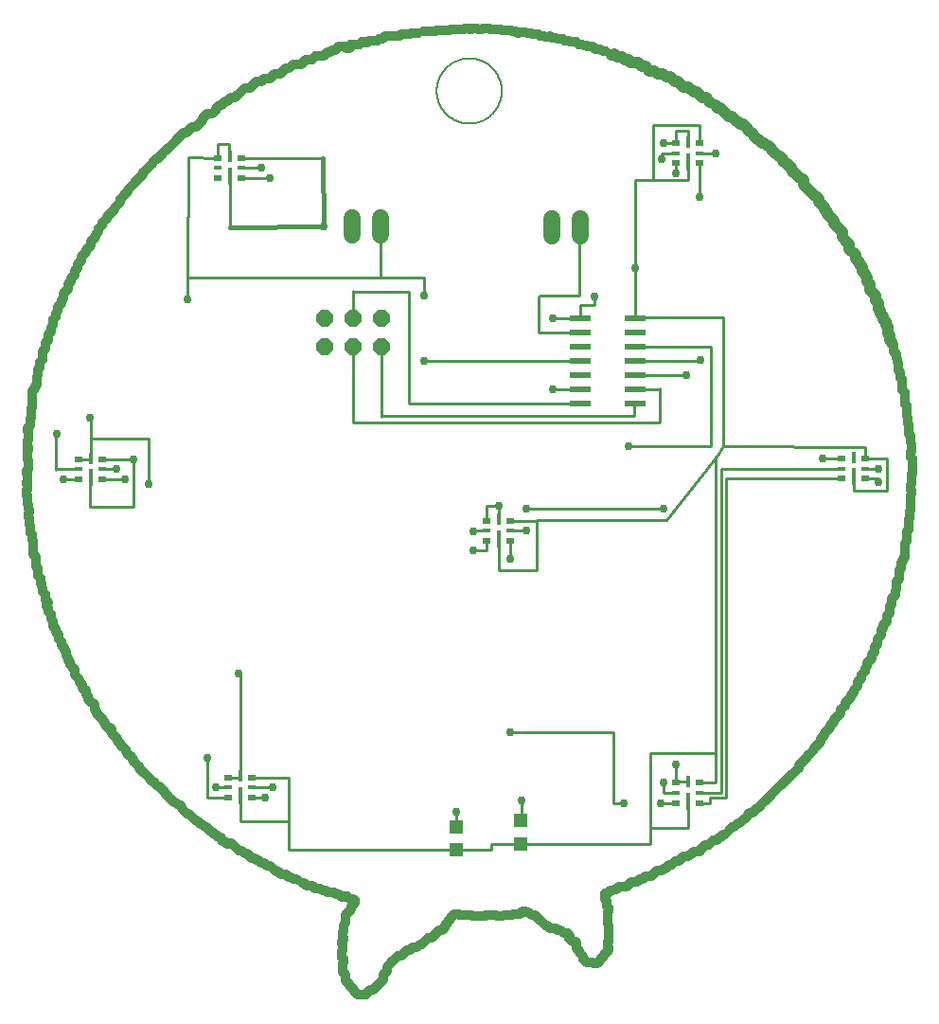
<source format=gtl>
G75*
%MOIN*%
%OFA0B0*%
%FSLAX25Y25*%
%IPPOS*%
%LPD*%
%AMOC8*
5,1,8,0,0,1.08239X$1,22.5*
%
%ADD10C,0.04000*%
%ADD11C,0.03200*%
%ADD12C,0.00800*%
%ADD13R,0.07800X0.02200*%
%ADD14R,0.03150X0.01969*%
%ADD15R,0.03150X0.01181*%
%ADD16R,0.01181X0.03937*%
%ADD17R,0.01181X0.05906*%
%ADD18R,0.04724X0.04724*%
%ADD19C,0.06000*%
%ADD20OC8,0.06000*%
%ADD21C,0.01000*%
%ADD22C,0.02978*%
%ADD23C,0.01600*%
D10*
X0271455Y0316976D02*
X0271947Y0316976D01*
X0273177Y0315746D01*
X0273915Y0315746D01*
X0275146Y0314516D01*
X0275392Y0314516D01*
X0276376Y0313531D01*
X0276376Y0313285D01*
X0277360Y0312301D01*
X0277606Y0312301D01*
X0279083Y0310825D01*
X0279575Y0310825D01*
X0280559Y0309841D01*
X0280559Y0309348D01*
X0281789Y0308118D01*
X0282035Y0308118D01*
X0282774Y0307380D01*
X0282774Y0307134D01*
X0283020Y0307134D01*
X0284004Y0306150D01*
X0284004Y0305657D01*
X0284742Y0304919D01*
X0284988Y0304919D01*
X0286465Y0303443D01*
X0286957Y0303443D01*
X0287941Y0302459D01*
X0287941Y0300982D01*
X0289171Y0299752D01*
X0289171Y0299506D01*
X0291878Y0296799D01*
X0292124Y0296799D01*
X0293108Y0295815D01*
X0293108Y0295077D01*
X0295077Y0293108D01*
X0295323Y0293108D01*
X0295323Y0292124D01*
X0296061Y0291386D01*
X0296061Y0290648D01*
X0298522Y0288187D01*
X0298522Y0287203D01*
X0301474Y0284250D01*
X0301474Y0282528D01*
X0302951Y0281051D01*
X0302951Y0280805D01*
X0303935Y0279821D01*
X0303935Y0278344D01*
X0306150Y0276130D01*
X0306150Y0274900D01*
X0307380Y0273669D01*
X0307380Y0272931D01*
X0308364Y0271947D01*
X0308364Y0270470D01*
X0309348Y0269486D01*
X0309348Y0269240D01*
X0310333Y0268256D01*
X0310333Y0267026D01*
X0311317Y0266041D01*
X0311317Y0263827D01*
X0313285Y0261858D01*
X0313285Y0260136D01*
X0314270Y0259152D01*
X0314270Y0257183D01*
X0315008Y0256445D01*
X0315008Y0255707D01*
X0315992Y0254722D01*
X0315992Y0253492D01*
X0316976Y0252508D01*
X0316976Y0251524D01*
X0317469Y0251031D01*
X0317469Y0248571D01*
X0318207Y0247833D01*
X0318207Y0246356D01*
X0318945Y0245618D01*
X0318945Y0245126D01*
X0271455Y0316976D02*
X0270224Y0318207D01*
X0270224Y0318453D01*
X0268256Y0320421D01*
X0268256Y0320667D01*
X0266533Y0322390D01*
X0265549Y0322390D01*
X0264565Y0323374D01*
X0264073Y0323374D01*
X0262350Y0325096D01*
X0261366Y0325096D01*
X0258413Y0328049D01*
X0257429Y0328049D01*
X0256691Y0328787D01*
X0254969Y0330018D02*
X0253492Y0331494D01*
X0252262Y0331494D01*
X0250293Y0333463D01*
X0249063Y0333463D01*
X0247094Y0335431D01*
X0245618Y0335431D01*
X0243650Y0337400D01*
X0242419Y0337400D01*
X0240943Y0338876D01*
X0239467Y0338876D01*
X0238236Y0340106D01*
X0237498Y0340106D01*
X0237252Y0339860D01*
X0236514Y0339860D01*
X0235283Y0341091D01*
X0233561Y0341091D01*
X0232085Y0342567D01*
X0230854Y0342567D01*
X0229378Y0344043D01*
X0226917Y0344043D01*
X0226179Y0344781D01*
X0224949Y0344781D01*
X0223719Y0346012D01*
X0222242Y0346012D01*
X0221258Y0346996D01*
X0221012Y0346750D01*
X0220274Y0346750D01*
D11*
X0068945Y0081494D02*
X0070667Y0079772D01*
X0071159Y0079772D01*
X0073374Y0077557D01*
X0073620Y0077557D01*
X0074112Y0077065D01*
X0074358Y0077065D01*
X0075343Y0076081D01*
X0075835Y0076081D01*
X0077065Y0074850D01*
X0077557Y0074850D01*
X0078049Y0074358D01*
X0078049Y0074112D01*
X0079033Y0073128D01*
X0079526Y0073128D01*
X0080510Y0072144D01*
X0080756Y0072144D01*
X0081740Y0071159D01*
X0082478Y0071159D01*
X0082724Y0070913D01*
X0082724Y0070421D01*
X0083217Y0069929D01*
X0083955Y0069929D01*
X0084939Y0068945D01*
X0085185Y0069191D01*
X0086169Y0069191D01*
X0086907Y0068453D01*
X0087154Y0068453D01*
X0088876Y0066730D01*
X0089860Y0066730D01*
X0091091Y0065500D01*
X0091829Y0065500D01*
X0093551Y0063778D01*
X0094535Y0063778D01*
X0095028Y0063285D01*
X0095766Y0063285D01*
X0096750Y0062301D01*
X0097980Y0062301D01*
X0098965Y0061317D01*
X0099703Y0061317D01*
X0100195Y0060825D01*
X0100441Y0060825D01*
X0101179Y0060087D01*
X0101425Y0060087D01*
X0102163Y0059348D01*
X0102902Y0059348D01*
X0103886Y0058364D01*
X0105362Y0058364D01*
X0106346Y0057380D01*
X0107331Y0057380D01*
X0108069Y0056642D01*
X0109299Y0056642D01*
X0109791Y0056150D01*
X0111022Y0055411D02*
X0112006Y0055411D01*
X0112990Y0054427D01*
X0114713Y0054427D01*
X0115697Y0053443D01*
X0117419Y0053443D01*
X0118404Y0052459D01*
X0119634Y0052459D01*
X0120126Y0051967D01*
X0122587Y0051967D01*
X0123325Y0051228D01*
X0124309Y0051228D01*
X0125293Y0050244D01*
X0125785Y0050244D01*
X0126031Y0050490D01*
X0127262Y0050490D01*
X0128000Y0049752D01*
X0129230Y0049752D01*
X0129722Y0049260D01*
X0129722Y0048276D01*
X0128492Y0047045D01*
X0128492Y0046061D01*
X0126524Y0044093D01*
X0126524Y0041140D01*
X0125785Y0040402D01*
X0125785Y0038187D01*
X0125539Y0037941D01*
X0125539Y0036219D01*
X0125785Y0035972D01*
X0125785Y0035234D01*
X0125293Y0034742D01*
X0125293Y0034004D01*
X0125539Y0033758D01*
X0125539Y0031543D01*
X0125293Y0031297D01*
X0125293Y0029083D01*
X0125785Y0028591D01*
X0125785Y0027114D01*
X0125539Y0026868D01*
X0125539Y0023915D01*
X0126524Y0022931D01*
X0126524Y0020963D01*
X0128000Y0019486D01*
X0128000Y0019240D01*
X0129476Y0017764D01*
X0129476Y0017272D01*
X0130707Y0016041D01*
X0132429Y0016041D01*
X0132675Y0015795D01*
X0133659Y0015795D01*
X0133906Y0016041D01*
X0133906Y0016287D01*
X0135136Y0017518D01*
X0136120Y0017518D01*
X0139811Y0021209D01*
X0139811Y0022931D01*
X0141041Y0024161D01*
X0141041Y0025638D01*
X0142518Y0027114D01*
X0142518Y0027360D01*
X0143256Y0028098D01*
X0143502Y0028098D01*
X0144978Y0029575D01*
X0146209Y0029575D01*
X0148177Y0031543D01*
X0149161Y0031543D01*
X0150146Y0032528D01*
X0151622Y0032528D01*
X0152852Y0033758D01*
X0153344Y0033758D01*
X0155559Y0035972D01*
X0156789Y0035972D01*
X0159496Y0038679D01*
X0160480Y0038679D01*
X0161465Y0039663D01*
X0161465Y0040156D01*
X0162449Y0041140D01*
X0162449Y0041632D01*
X0163433Y0042616D01*
X0163433Y0043108D01*
X0163925Y0043600D01*
X0164171Y0043600D01*
X0164909Y0044339D01*
X0166386Y0044339D01*
X0166632Y0044093D01*
X0170815Y0044093D01*
X0171307Y0043600D01*
X0175736Y0043600D01*
X0175982Y0043846D01*
X0179673Y0043846D01*
X0179919Y0043600D01*
X0181888Y0043600D01*
X0182380Y0044093D01*
X0185333Y0044093D01*
X0185579Y0044339D01*
X0187793Y0044339D01*
X0188778Y0045323D01*
X0190008Y0045323D01*
X0190254Y0045077D01*
X0190992Y0045077D01*
X0192222Y0043846D01*
X0193207Y0043846D01*
X0195175Y0041878D01*
X0195421Y0041878D01*
X0196898Y0040402D01*
X0197636Y0040402D01*
X0198620Y0039417D01*
X0200343Y0039417D01*
X0201081Y0038679D01*
X0202311Y0038679D01*
X0203541Y0037449D01*
X0204772Y0037449D01*
X0205510Y0036711D01*
X0205510Y0035972D01*
X0205264Y0035726D01*
X0205264Y0035480D01*
X0205510Y0035480D01*
X0206494Y0034496D01*
X0207478Y0034496D01*
X0207724Y0034250D01*
X0207724Y0032281D01*
X0208709Y0031297D01*
X0208709Y0030805D01*
X0210185Y0029329D01*
X0210185Y0028344D01*
X0210431Y0028344D01*
X0211415Y0027360D01*
X0211907Y0027360D01*
X0212154Y0027114D01*
X0213630Y0027114D01*
X0213876Y0026868D01*
X0215106Y0026868D01*
X0216337Y0028098D01*
X0216337Y0028344D01*
X0217567Y0029575D01*
X0217567Y0030067D01*
X0219043Y0031543D01*
X0219043Y0032528D01*
X0218797Y0032774D01*
X0218797Y0034496D01*
X0219043Y0034742D01*
X0219043Y0038925D01*
X0219289Y0039171D01*
X0219289Y0040402D01*
X0218797Y0040894D01*
X0218797Y0045077D01*
X0219043Y0045323D01*
X0219043Y0046553D01*
X0218551Y0047045D01*
X0218551Y0049014D01*
X0217813Y0049752D01*
X0217813Y0051474D01*
X0218797Y0051474D01*
X0219781Y0052459D01*
X0220520Y0052459D01*
X0221012Y0052951D01*
X0221996Y0052951D01*
X0222980Y0053935D01*
X0225441Y0053935D01*
X0227163Y0055657D01*
X0229132Y0055657D01*
X0230116Y0056642D01*
X0231100Y0056642D01*
X0232085Y0057626D01*
X0234299Y0057626D01*
X0236268Y0059594D01*
X0237744Y0059594D01*
X0238482Y0060333D01*
X0239220Y0060333D01*
X0240451Y0061563D01*
X0241435Y0061563D01*
X0242665Y0062793D01*
X0243896Y0062793D01*
X0245618Y0064516D01*
X0247094Y0064516D01*
X0247833Y0065254D01*
X0248325Y0065254D01*
X0249309Y0066238D01*
X0251031Y0066238D01*
X0251524Y0066730D01*
X0251524Y0066976D01*
X0253246Y0068699D01*
X0254476Y0068699D01*
X0255953Y0070175D01*
X0257183Y0070175D01*
X0258167Y0071159D01*
X0258413Y0071159D01*
X0259398Y0072144D01*
X0260136Y0072144D01*
X0261366Y0073620D02*
X0262596Y0074850D01*
X0263335Y0074850D01*
X0264811Y0076327D01*
X0265303Y0076327D01*
X0267026Y0078049D01*
X0267518Y0078049D01*
X0268256Y0078787D01*
X0268256Y0079280D01*
X0268994Y0080018D01*
X0269732Y0080018D01*
X0271455Y0081740D01*
X0271947Y0081740D01*
X0272685Y0082478D01*
X0272685Y0082724D01*
X0273915Y0083955D01*
X0274161Y0083955D01*
X0276376Y0086169D01*
X0276376Y0086415D01*
X0279575Y0089614D01*
X0279821Y0089614D01*
X0283758Y0093551D01*
X0284004Y0093551D01*
X0286219Y0095766D01*
X0286219Y0096504D01*
X0289171Y0099457D01*
X0289171Y0099949D01*
X0289909Y0100687D01*
X0290156Y0100687D01*
X0291632Y0102163D01*
X0291632Y0102656D01*
X0293846Y0104870D01*
X0293846Y0105854D01*
X0295323Y0107331D01*
X0295323Y0108069D01*
X0297045Y0109791D01*
X0297045Y0110530D01*
X0298522Y0112006D01*
X0298522Y0112498D01*
X0300982Y0114959D01*
X0300982Y0116189D01*
X0302459Y0117665D01*
X0302459Y0118650D01*
X0304427Y0120618D01*
X0304427Y0121356D01*
X0305411Y0122341D01*
X0305411Y0123079D01*
X0306888Y0124555D01*
X0306888Y0126031D01*
X0308118Y0127262D01*
X0308118Y0128492D01*
X0309348Y0129722D01*
X0309348Y0130461D01*
X0310333Y0131445D01*
X0310333Y0132675D01*
X0311809Y0134152D01*
X0311809Y0135628D01*
X0312793Y0136612D01*
X0312793Y0138335D01*
X0313778Y0139319D01*
X0313778Y0141041D01*
X0315254Y0142518D01*
X0315254Y0144240D01*
X0315992Y0144978D01*
X0315992Y0145963D01*
X0317222Y0147193D01*
X0317222Y0149407D01*
X0318207Y0150392D01*
X0318207Y0152606D01*
X0318945Y0153344D01*
X0318945Y0155313D01*
X0320175Y0156543D01*
X0320175Y0158020D01*
X0320667Y0158512D01*
X0320667Y0161219D01*
X0321652Y0162203D01*
X0321652Y0165402D01*
X0322144Y0165894D01*
X0322144Y0167862D01*
X0322882Y0168600D01*
X0322882Y0169339D01*
X0323374Y0169831D01*
X0323374Y0174752D01*
X0324112Y0175490D01*
X0324112Y0178935D01*
X0324850Y0179673D01*
X0324850Y0183364D01*
X0325096Y0183610D01*
X0325096Y0186071D01*
X0325343Y0186317D01*
X0325343Y0191730D01*
X0325835Y0192222D01*
X0325835Y0193207D01*
X0325589Y0193453D01*
X0325589Y0195421D01*
X0325835Y0195667D01*
X0325835Y0199112D01*
X0326081Y0199358D01*
X0326081Y0204526D01*
X0325589Y0205018D01*
X0325589Y0206986D01*
X0325835Y0207232D01*
X0325835Y0209693D01*
X0325343Y0210185D01*
X0325343Y0212646D01*
X0324850Y0213138D01*
X0324850Y0216583D01*
X0324604Y0216829D01*
X0324604Y0219043D01*
X0324112Y0219535D01*
X0324112Y0223226D01*
X0323620Y0223719D01*
X0323620Y0224703D01*
X0323374Y0224949D01*
X0323374Y0227902D01*
X0322636Y0228640D01*
X0322636Y0230608D01*
X0322390Y0230854D01*
X0322390Y0232577D01*
X0321898Y0233069D01*
X0321898Y0235037D01*
X0321159Y0235776D01*
X0321159Y0238236D01*
X0320913Y0238482D01*
X0320913Y0239467D01*
X0320421Y0239959D01*
X0320421Y0241435D01*
X0319437Y0242419D01*
X0319437Y0244634D01*
X0318945Y0245126D01*
X0218305Y0347980D02*
X0217075Y0347980D01*
X0216337Y0348719D01*
X0214614Y0348719D01*
X0213630Y0349703D01*
X0211661Y0349703D01*
X0211415Y0349949D01*
X0210431Y0349949D01*
X0209939Y0350441D01*
X0208463Y0350441D01*
X0207724Y0351179D01*
X0205510Y0351179D01*
X0205018Y0351671D01*
X0203541Y0351671D01*
X0203049Y0352163D01*
X0201081Y0352163D01*
X0200589Y0352656D01*
X0199112Y0352656D01*
X0198620Y0353148D01*
X0198374Y0352902D01*
X0196898Y0352902D01*
X0196406Y0353394D01*
X0194929Y0353394D01*
X0194437Y0353886D01*
X0192222Y0353886D01*
X0191976Y0354132D01*
X0190500Y0354132D01*
X0190008Y0354624D01*
X0187793Y0354624D01*
X0187547Y0354378D01*
X0187055Y0354378D01*
X0186563Y0354870D01*
X0185087Y0354870D01*
X0184841Y0355116D01*
X0183610Y0355116D01*
X0183364Y0355362D01*
X0181396Y0355362D01*
X0181150Y0355608D01*
X0177459Y0355608D01*
X0177213Y0355854D01*
X0174752Y0355854D01*
X0174506Y0355608D01*
X0173030Y0355608D01*
X0172783Y0355854D01*
X0171061Y0355854D01*
X0170815Y0355608D01*
X0170323Y0355608D01*
X0170077Y0355854D01*
X0168354Y0355854D01*
X0168108Y0355608D01*
X0163433Y0355608D01*
X0163187Y0355362D01*
X0161465Y0355362D01*
X0161219Y0355116D01*
X0158512Y0355116D01*
X0158266Y0354870D01*
X0153837Y0354870D01*
X0152114Y0354378D02*
X0149654Y0354378D01*
X0149161Y0353886D01*
X0146209Y0353886D01*
X0145470Y0353148D01*
X0140549Y0353148D01*
X0139565Y0352163D01*
X0138335Y0352163D01*
X0137843Y0351671D01*
X0134890Y0351671D01*
X0134152Y0350933D01*
X0133659Y0350933D01*
X0133413Y0351179D01*
X0132183Y0351179D01*
X0131445Y0350441D01*
X0128246Y0350441D01*
X0128738Y0349949D01*
X0128738Y0349703D01*
X0128000Y0348965D01*
X0126770Y0348965D01*
X0126278Y0349457D01*
X0124063Y0349457D01*
X0122833Y0348226D01*
X0121848Y0348226D01*
X0121110Y0347488D01*
X0120126Y0347488D01*
X0118896Y0346258D01*
X0115943Y0346258D01*
X0114713Y0345028D01*
X0112498Y0345028D01*
X0110776Y0343305D01*
X0108069Y0343305D01*
X0106593Y0341829D01*
X0105362Y0341829D01*
X0103640Y0340106D01*
X0101671Y0340106D01*
X0099703Y0338138D01*
X0097734Y0338138D01*
X0096750Y0337154D01*
X0095028Y0337154D01*
X0092813Y0334939D01*
X0091091Y0334939D01*
X0088630Y0332478D01*
X0088384Y0332478D01*
X0087400Y0331494D01*
X0086169Y0331494D01*
X0084939Y0330264D01*
X0084201Y0330264D01*
X0082970Y0329033D01*
X0082232Y0329033D01*
X0080756Y0327557D01*
X0080756Y0327065D01*
X0079526Y0325835D01*
X0077803Y0325835D01*
X0076081Y0324112D01*
X0076081Y0323620D01*
X0073866Y0321406D01*
X0072636Y0321406D01*
X0070421Y0319191D01*
X0069437Y0319191D01*
X0066976Y0316730D01*
X0066976Y0316484D01*
X0064516Y0314024D01*
X0064270Y0314024D01*
X0063285Y0313039D01*
X0063039Y0313039D01*
X0062301Y0312301D01*
X0062301Y0311809D01*
X0060333Y0309841D01*
X0059594Y0309841D01*
X0058364Y0308610D01*
X0058364Y0308364D01*
X0055165Y0305165D01*
X0055165Y0304673D01*
X0052213Y0301720D01*
X0052213Y0301474D01*
X0049752Y0299014D01*
X0049752Y0298522D01*
X0048522Y0297291D01*
X0048522Y0297045D01*
X0047291Y0295815D01*
X0047291Y0294831D01*
X0045077Y0292616D01*
X0045077Y0292370D01*
X0042370Y0289663D01*
X0042370Y0288925D01*
X0040894Y0287449D01*
X0040894Y0286711D01*
X0039663Y0285480D01*
X0039663Y0284496D01*
X0038433Y0283266D01*
X0038433Y0282528D01*
X0036957Y0281051D01*
X0036957Y0279575D01*
X0035234Y0277852D01*
X0035234Y0277360D01*
X0033512Y0275638D01*
X0033512Y0274407D01*
X0032035Y0272931D01*
X0032035Y0271455D01*
X0031051Y0270470D01*
X0031051Y0269240D01*
X0029821Y0268010D01*
X0029821Y0266780D01*
X0028837Y0265795D01*
X0028837Y0264319D01*
X0027114Y0262596D01*
X0027114Y0260874D01*
X0026376Y0260136D01*
X0026376Y0259152D01*
X0025146Y0257921D01*
X0025146Y0256445D01*
X0024407Y0255707D01*
X0024407Y0254230D01*
X0023669Y0253492D01*
X0023669Y0251524D01*
X0022685Y0250539D01*
X0022685Y0249309D01*
X0021701Y0248325D01*
X0021701Y0246356D01*
X0020717Y0245372D01*
X0020717Y0243157D01*
X0019732Y0242173D01*
X0019732Y0239220D01*
X0018994Y0238482D01*
X0018994Y0236760D01*
X0018256Y0236022D01*
X0018256Y0233807D01*
X0017764Y0233315D01*
X0017764Y0230608D01*
X0017026Y0229870D01*
X0017026Y0229132D01*
X0016287Y0228394D01*
X0016287Y0224211D01*
X0016041Y0223965D01*
X0016041Y0222488D01*
X0015795Y0222242D01*
X0015795Y0218797D01*
X0015549Y0218551D01*
X0015549Y0216337D01*
X0014565Y0215352D01*
X0014565Y0214368D01*
X0014811Y0214122D01*
X0014811Y0211169D01*
X0014565Y0210923D01*
X0014565Y0208955D01*
X0014811Y0208709D01*
X0014811Y0207724D01*
X0014565Y0207478D01*
X0014565Y0204280D01*
X0014811Y0204033D01*
X0014811Y0200835D01*
X0014319Y0200343D01*
X0014319Y0199112D01*
X0014565Y0198866D01*
X0014565Y0196652D01*
X0014319Y0196406D01*
X0014319Y0195667D01*
X0014565Y0195421D01*
X0014565Y0193699D01*
X0014319Y0193453D01*
X0014319Y0191730D01*
X0014565Y0191484D01*
X0014565Y0188531D01*
X0014811Y0188285D01*
X0014811Y0186809D01*
X0015057Y0186563D01*
X0015057Y0185579D01*
X0014811Y0185333D01*
X0014811Y0184102D01*
X0015303Y0183610D01*
X0015303Y0182872D01*
X0015057Y0182626D01*
X0015057Y0181396D01*
X0015549Y0180904D01*
X0015549Y0178443D01*
X0016041Y0177951D01*
X0016041Y0175982D01*
X0016533Y0175490D01*
X0016533Y0171061D01*
X0017518Y0170077D01*
X0017518Y0166632D01*
X0018256Y0165894D01*
X0018256Y0163433D01*
X0019240Y0162449D01*
X0019240Y0160726D01*
X0019486Y0160480D01*
X0019486Y0159496D01*
X0019978Y0159004D01*
X0019978Y0157528D01*
X0020717Y0156789D01*
X0020717Y0155067D01*
X0021701Y0154083D01*
X0021209Y0153591D01*
X0021209Y0152606D01*
X0021947Y0151868D01*
X0021947Y0150638D01*
X0022685Y0149900D01*
X0022685Y0148177D01*
X0023423Y0147439D01*
X0023423Y0145717D01*
X0024654Y0144486D01*
X0024654Y0143502D01*
X0025638Y0142518D01*
X0025638Y0141041D01*
X0026376Y0140303D01*
X0026376Y0139073D01*
X0027360Y0138089D01*
X0027360Y0137350D01*
X0028098Y0136612D01*
X0028098Y0135136D01*
X0028837Y0134398D01*
X0028837Y0133659D01*
X0029575Y0132921D01*
X0029575Y0131937D01*
X0030067Y0131445D01*
X0030067Y0131199D01*
X0031051Y0130215D01*
X0031051Y0128492D01*
X0032774Y0126770D01*
X0032774Y0126031D01*
X0033758Y0125047D01*
X0033758Y0123817D01*
X0034250Y0123325D01*
X0034742Y0123325D01*
X0035234Y0122833D01*
X0035234Y0121602D01*
X0035972Y0120864D01*
X0035972Y0119880D01*
X0037203Y0118650D01*
X0037449Y0118650D01*
X0038187Y0117911D01*
X0038187Y0116435D01*
X0038925Y0115697D01*
X0038925Y0114959D01*
X0041140Y0112744D01*
X0041140Y0112252D01*
X0041878Y0111514D01*
X0041878Y0111022D01*
X0043600Y0109299D01*
X0043600Y0109791D01*
X0044093Y0109299D01*
X0044093Y0107823D01*
X0045077Y0106839D01*
X0045323Y0106839D01*
X0046307Y0105854D01*
X0046307Y0105116D01*
X0047537Y0103886D01*
X0047537Y0103394D01*
X0048030Y0102902D01*
X0048276Y0102902D01*
X0049014Y0102163D01*
X0049014Y0101671D01*
X0049506Y0101179D01*
X0049506Y0100933D01*
X0050490Y0099949D01*
X0050736Y0099949D01*
X0051228Y0099457D01*
X0051228Y0099211D01*
X0051967Y0098472D01*
X0051967Y0097980D01*
X0053689Y0096258D01*
X0053689Y0095766D01*
X0055657Y0093797D01*
X0055904Y0093797D01*
X0057626Y0092075D01*
X0057626Y0091829D01*
X0058364Y0091091D01*
X0058856Y0091091D01*
X0059594Y0090352D01*
X0059594Y0090106D01*
X0060579Y0089122D01*
X0060825Y0089122D01*
X0062793Y0087154D01*
X0062793Y0086907D01*
X0063531Y0086169D01*
X0063778Y0086169D01*
X0064270Y0085677D01*
X0064270Y0085431D01*
X0064762Y0084939D01*
X0065008Y0084939D01*
X0066238Y0083709D01*
X0066484Y0083709D01*
X0067715Y0082478D01*
X0068453Y0082478D01*
X0068945Y0081986D01*
X0068945Y0081494D01*
D12*
X0158617Y0333955D02*
X0158620Y0334236D01*
X0158631Y0334517D01*
X0158648Y0334798D01*
X0158672Y0335078D01*
X0158703Y0335358D01*
X0158741Y0335637D01*
X0158786Y0335914D01*
X0158837Y0336191D01*
X0158895Y0336466D01*
X0158960Y0336740D01*
X0159032Y0337012D01*
X0159110Y0337282D01*
X0159195Y0337550D01*
X0159287Y0337816D01*
X0159385Y0338079D01*
X0159489Y0338341D01*
X0159600Y0338599D01*
X0159717Y0338855D01*
X0159841Y0339108D01*
X0159970Y0339357D01*
X0160106Y0339604D01*
X0160247Y0339847D01*
X0160395Y0340086D01*
X0160548Y0340322D01*
X0160707Y0340554D01*
X0160872Y0340782D01*
X0161043Y0341006D01*
X0161218Y0341225D01*
X0161399Y0341440D01*
X0161586Y0341651D01*
X0161777Y0341857D01*
X0161974Y0342058D01*
X0162175Y0342255D01*
X0162381Y0342446D01*
X0162592Y0342633D01*
X0162807Y0342814D01*
X0163026Y0342989D01*
X0163250Y0343160D01*
X0163478Y0343325D01*
X0163710Y0343484D01*
X0163946Y0343637D01*
X0164185Y0343785D01*
X0164428Y0343926D01*
X0164675Y0344062D01*
X0164924Y0344191D01*
X0165177Y0344315D01*
X0165433Y0344432D01*
X0165691Y0344543D01*
X0165953Y0344647D01*
X0166216Y0344745D01*
X0166482Y0344837D01*
X0166750Y0344922D01*
X0167020Y0345000D01*
X0167292Y0345072D01*
X0167566Y0345137D01*
X0167841Y0345195D01*
X0168118Y0345246D01*
X0168395Y0345291D01*
X0168674Y0345329D01*
X0168954Y0345360D01*
X0169234Y0345384D01*
X0169515Y0345401D01*
X0169796Y0345412D01*
X0170077Y0345415D01*
X0170358Y0345412D01*
X0170639Y0345401D01*
X0170920Y0345384D01*
X0171200Y0345360D01*
X0171480Y0345329D01*
X0171759Y0345291D01*
X0172036Y0345246D01*
X0172313Y0345195D01*
X0172588Y0345137D01*
X0172862Y0345072D01*
X0173134Y0345000D01*
X0173404Y0344922D01*
X0173672Y0344837D01*
X0173938Y0344745D01*
X0174201Y0344647D01*
X0174463Y0344543D01*
X0174721Y0344432D01*
X0174977Y0344315D01*
X0175230Y0344191D01*
X0175479Y0344062D01*
X0175726Y0343926D01*
X0175969Y0343785D01*
X0176208Y0343637D01*
X0176444Y0343484D01*
X0176676Y0343325D01*
X0176904Y0343160D01*
X0177128Y0342989D01*
X0177347Y0342814D01*
X0177562Y0342633D01*
X0177773Y0342446D01*
X0177979Y0342255D01*
X0178180Y0342058D01*
X0178377Y0341857D01*
X0178568Y0341651D01*
X0178755Y0341440D01*
X0178936Y0341225D01*
X0179111Y0341006D01*
X0179282Y0340782D01*
X0179447Y0340554D01*
X0179606Y0340322D01*
X0179759Y0340086D01*
X0179907Y0339847D01*
X0180048Y0339604D01*
X0180184Y0339357D01*
X0180313Y0339108D01*
X0180437Y0338855D01*
X0180554Y0338599D01*
X0180665Y0338341D01*
X0180769Y0338079D01*
X0180867Y0337816D01*
X0180959Y0337550D01*
X0181044Y0337282D01*
X0181122Y0337012D01*
X0181194Y0336740D01*
X0181259Y0336466D01*
X0181317Y0336191D01*
X0181368Y0335914D01*
X0181413Y0335637D01*
X0181451Y0335358D01*
X0181482Y0335078D01*
X0181506Y0334798D01*
X0181523Y0334517D01*
X0181534Y0334236D01*
X0181537Y0333955D01*
X0181534Y0333674D01*
X0181523Y0333393D01*
X0181506Y0333112D01*
X0181482Y0332832D01*
X0181451Y0332552D01*
X0181413Y0332273D01*
X0181368Y0331996D01*
X0181317Y0331719D01*
X0181259Y0331444D01*
X0181194Y0331170D01*
X0181122Y0330898D01*
X0181044Y0330628D01*
X0180959Y0330360D01*
X0180867Y0330094D01*
X0180769Y0329831D01*
X0180665Y0329569D01*
X0180554Y0329311D01*
X0180437Y0329055D01*
X0180313Y0328802D01*
X0180184Y0328553D01*
X0180048Y0328306D01*
X0179907Y0328063D01*
X0179759Y0327824D01*
X0179606Y0327588D01*
X0179447Y0327356D01*
X0179282Y0327128D01*
X0179111Y0326904D01*
X0178936Y0326685D01*
X0178755Y0326470D01*
X0178568Y0326259D01*
X0178377Y0326053D01*
X0178180Y0325852D01*
X0177979Y0325655D01*
X0177773Y0325464D01*
X0177562Y0325277D01*
X0177347Y0325096D01*
X0177128Y0324921D01*
X0176904Y0324750D01*
X0176676Y0324585D01*
X0176444Y0324426D01*
X0176208Y0324273D01*
X0175969Y0324125D01*
X0175726Y0323984D01*
X0175479Y0323848D01*
X0175230Y0323719D01*
X0174977Y0323595D01*
X0174721Y0323478D01*
X0174463Y0323367D01*
X0174201Y0323263D01*
X0173938Y0323165D01*
X0173672Y0323073D01*
X0173404Y0322988D01*
X0173134Y0322910D01*
X0172862Y0322838D01*
X0172588Y0322773D01*
X0172313Y0322715D01*
X0172036Y0322664D01*
X0171759Y0322619D01*
X0171480Y0322581D01*
X0171200Y0322550D01*
X0170920Y0322526D01*
X0170639Y0322509D01*
X0170358Y0322498D01*
X0170077Y0322495D01*
X0169796Y0322498D01*
X0169515Y0322509D01*
X0169234Y0322526D01*
X0168954Y0322550D01*
X0168674Y0322581D01*
X0168395Y0322619D01*
X0168118Y0322664D01*
X0167841Y0322715D01*
X0167566Y0322773D01*
X0167292Y0322838D01*
X0167020Y0322910D01*
X0166750Y0322988D01*
X0166482Y0323073D01*
X0166216Y0323165D01*
X0165953Y0323263D01*
X0165691Y0323367D01*
X0165433Y0323478D01*
X0165177Y0323595D01*
X0164924Y0323719D01*
X0164675Y0323848D01*
X0164428Y0323984D01*
X0164185Y0324125D01*
X0163946Y0324273D01*
X0163710Y0324426D01*
X0163478Y0324585D01*
X0163250Y0324750D01*
X0163026Y0324921D01*
X0162807Y0325096D01*
X0162592Y0325277D01*
X0162381Y0325464D01*
X0162175Y0325655D01*
X0161974Y0325852D01*
X0161777Y0326053D01*
X0161586Y0326259D01*
X0161399Y0326470D01*
X0161218Y0326685D01*
X0161043Y0326904D01*
X0160872Y0327128D01*
X0160707Y0327356D01*
X0160548Y0327588D01*
X0160395Y0327824D01*
X0160247Y0328063D01*
X0160106Y0328306D01*
X0159970Y0328553D01*
X0159841Y0328802D01*
X0159717Y0329055D01*
X0159600Y0329311D01*
X0159489Y0329569D01*
X0159385Y0329831D01*
X0159287Y0330094D01*
X0159195Y0330360D01*
X0159110Y0330628D01*
X0159032Y0330898D01*
X0158960Y0331170D01*
X0158895Y0331444D01*
X0158837Y0331719D01*
X0158786Y0331996D01*
X0158741Y0332273D01*
X0158703Y0332552D01*
X0158672Y0332832D01*
X0158648Y0333112D01*
X0158631Y0333393D01*
X0158620Y0333674D01*
X0158617Y0333955D01*
D13*
X0209186Y0254033D03*
X0209186Y0249033D03*
X0209186Y0244033D03*
X0209186Y0239033D03*
X0209186Y0234033D03*
X0209186Y0229033D03*
X0209186Y0224033D03*
X0228586Y0224033D03*
X0228586Y0229033D03*
X0228586Y0234033D03*
X0228586Y0239033D03*
X0228586Y0244033D03*
X0228586Y0249033D03*
X0228586Y0254033D03*
D14*
X0242961Y0308512D03*
X0242961Y0315598D03*
X0251228Y0315598D03*
X0251228Y0308512D03*
X0301278Y0204624D03*
X0301278Y0197537D03*
X0309545Y0197537D03*
X0309545Y0204624D03*
X0251228Y0090451D03*
X0251228Y0083364D03*
X0242961Y0083364D03*
X0242961Y0090451D03*
X0184545Y0175638D03*
X0184545Y0182724D03*
X0176278Y0182724D03*
X0176278Y0175638D03*
X0093502Y0092419D03*
X0093502Y0085333D03*
X0085234Y0085333D03*
X0085234Y0092419D03*
X0040844Y0197291D03*
X0040844Y0204378D03*
X0032577Y0204378D03*
X0032577Y0197291D03*
X0081543Y0303344D03*
X0081543Y0310431D03*
X0089811Y0310431D03*
X0089811Y0303344D03*
D15*
X0089811Y0306888D03*
X0081543Y0306888D03*
X0040844Y0200835D03*
X0032577Y0200835D03*
X0085234Y0088876D03*
X0093502Y0088876D03*
X0176278Y0179181D03*
X0184545Y0179181D03*
X0242961Y0086907D03*
X0251228Y0086907D03*
X0301278Y0201081D03*
X0309545Y0201081D03*
X0251228Y0312055D03*
X0242961Y0312055D03*
D16*
X0247094Y0315992D03*
X0305411Y0205018D03*
X0247094Y0090844D03*
X0180411Y0183118D03*
X0089368Y0092813D03*
X0036711Y0204772D03*
X0085677Y0310825D03*
D17*
X0085677Y0303935D03*
X0036711Y0197882D03*
X0089368Y0085923D03*
X0180411Y0176228D03*
X0247094Y0083955D03*
X0305411Y0198128D03*
X0247094Y0309102D03*
D18*
X0188285Y0077262D03*
X0188285Y0068994D03*
X0165402Y0066780D03*
X0165402Y0075047D03*
D19*
X0138906Y0283219D02*
X0138906Y0289219D01*
X0128906Y0289219D02*
X0128906Y0283219D01*
X0199033Y0282972D02*
X0199033Y0288972D01*
X0209033Y0288972D02*
X0209033Y0282972D01*
D20*
X0139230Y0254063D03*
X0129230Y0254063D03*
X0119230Y0254063D03*
X0119230Y0244063D03*
X0129230Y0244063D03*
X0139230Y0244063D03*
D21*
X0139270Y0244063D01*
X0139270Y0219575D01*
X0139270Y0219319D01*
X0139270Y0219575D02*
X0228325Y0219575D01*
X0228325Y0224033D01*
X0228586Y0224033D01*
X0228586Y0229033D02*
X0237026Y0229033D01*
X0237026Y0217272D01*
X0129161Y0217272D01*
X0129161Y0244063D01*
X0129230Y0244063D01*
X0129289Y0254063D02*
X0129230Y0254063D01*
X0129289Y0254063D02*
X0129289Y0263335D01*
X0129289Y0263591D01*
X0129289Y0263335D02*
X0148994Y0263335D01*
X0148994Y0224033D01*
X0209186Y0224033D01*
X0209186Y0229033D02*
X0199535Y0229033D01*
X0199535Y0229043D01*
X0209186Y0239033D02*
X0154112Y0239033D01*
X0154112Y0239024D01*
X0154240Y0261799D02*
X0154240Y0268197D01*
X0138887Y0268220D01*
X0138906Y0286219D01*
X0138887Y0268220D02*
X0070943Y0268325D01*
X0070943Y0260520D01*
X0070943Y0268325D02*
X0071199Y0310549D01*
X0081543Y0310431D01*
X0081563Y0315283D01*
X0085657Y0315283D01*
X0085677Y0310825D01*
X0089811Y0310431D02*
X0118551Y0310431D01*
X0099988Y0303384D02*
X0089811Y0303384D01*
X0089811Y0303344D01*
X0089811Y0306839D02*
X0096789Y0306839D01*
X0089811Y0306888D02*
X0089811Y0306839D01*
X0085677Y0303935D02*
X0085677Y0285972D01*
X0036711Y0218807D02*
X0036652Y0218807D01*
X0036711Y0218807D02*
X0036711Y0211514D01*
X0057252Y0211514D01*
X0057252Y0195648D01*
X0051878Y0187715D02*
X0051878Y0204378D01*
X0040844Y0204378D01*
X0040844Y0200835D02*
X0045805Y0200835D01*
X0045864Y0200894D01*
X0048699Y0197291D02*
X0040844Y0197291D01*
X0036711Y0197882D02*
X0036652Y0197882D01*
X0036652Y0187715D01*
X0051878Y0187715D01*
X0048807Y0197183D02*
X0048699Y0197291D01*
X0036711Y0204378D02*
X0032577Y0204378D01*
X0032577Y0200835D02*
X0024624Y0200835D01*
X0024624Y0200766D01*
X0024624Y0200835D02*
X0024624Y0213305D01*
X0025008Y0213305D01*
X0036711Y0211514D02*
X0036711Y0204772D01*
X0036711Y0204378D01*
X0032577Y0197291D02*
X0027183Y0197291D01*
X0027183Y0197183D01*
X0088728Y0128856D02*
X0089368Y0128217D01*
X0089368Y0092813D01*
X0089368Y0092419D01*
X0085234Y0092419D01*
X0085234Y0088876D02*
X0080982Y0088876D01*
X0080923Y0088935D01*
X0078089Y0085333D02*
X0077980Y0085224D01*
X0077980Y0099171D01*
X0078089Y0085333D02*
X0085234Y0085333D01*
X0089368Y0085923D02*
X0089368Y0076780D01*
X0106642Y0076780D01*
X0106642Y0092390D01*
X0093502Y0092390D01*
X0093502Y0092419D01*
X0093502Y0088876D02*
X0100687Y0088876D01*
X0100756Y0088807D01*
X0098197Y0085352D02*
X0093522Y0085352D01*
X0093502Y0085333D01*
X0106642Y0076780D02*
X0106642Y0066780D01*
X0165402Y0066780D01*
X0165402Y0066927D01*
X0177783Y0066927D01*
X0177783Y0068974D01*
X0188285Y0068974D01*
X0188285Y0068994D01*
X0188285Y0068974D02*
X0233955Y0068974D01*
X0233955Y0074476D01*
X0247094Y0074476D01*
X0247094Y0083955D01*
X0251228Y0083364D02*
X0251228Y0083305D01*
X0254811Y0083305D01*
X0254811Y0085307D01*
X0260378Y0085307D01*
X0260378Y0197537D01*
X0301278Y0197537D01*
X0301278Y0201081D02*
X0258778Y0201081D01*
X0258778Y0086907D01*
X0251228Y0086907D01*
X0251228Y0090451D02*
X0256986Y0090451D01*
X0256986Y0100963D01*
X0256986Y0205409D01*
X0257030Y0205409D01*
X0239585Y0182852D01*
X0193778Y0182852D01*
X0193778Y0182724D01*
X0184545Y0182724D01*
X0184545Y0179181D02*
X0190156Y0179181D01*
X0190195Y0179142D01*
X0190195Y0179270D01*
X0193778Y0182724D02*
X0194033Y0182724D01*
X0193778Y0182724D02*
X0193778Y0165195D01*
X0180411Y0165195D01*
X0180411Y0176228D01*
X0176278Y0175638D02*
X0176120Y0175480D01*
X0176120Y0172360D01*
X0175992Y0172232D01*
X0171514Y0172232D01*
X0171514Y0179014D02*
X0171681Y0179181D01*
X0176278Y0179181D01*
X0176278Y0182724D02*
X0176278Y0187970D01*
X0180598Y0187970D01*
X0180598Y0183118D01*
X0180411Y0183118D01*
X0184545Y0175638D02*
X0184545Y0169161D01*
X0184565Y0169161D01*
X0190195Y0186947D02*
X0238561Y0186947D01*
X0226278Y0208955D02*
X0226278Y0209083D01*
X0226278Y0208955D02*
X0255323Y0208955D01*
X0255323Y0244033D01*
X0228586Y0244033D01*
X0228586Y0239033D02*
X0251356Y0239033D01*
X0251356Y0239152D01*
X0246494Y0234033D02*
X0246494Y0233906D01*
X0246494Y0234033D02*
X0228586Y0234033D01*
X0237026Y0229299D02*
X0237026Y0229033D01*
X0259673Y0208827D02*
X0257030Y0205409D01*
X0259673Y0208827D02*
X0309545Y0208699D01*
X0309545Y0204624D01*
X0317252Y0204624D01*
X0317252Y0193217D01*
X0305352Y0193217D01*
X0305352Y0198128D01*
X0305411Y0198128D01*
X0301278Y0204624D02*
X0301278Y0204732D01*
X0294604Y0204732D01*
X0309545Y0201081D02*
X0309545Y0201022D01*
X0314181Y0201022D01*
X0314309Y0197537D02*
X0309545Y0197537D01*
X0314309Y0197537D02*
X0314309Y0196159D01*
X0259673Y0208827D02*
X0259673Y0254250D01*
X0228586Y0254122D01*
X0228586Y0254033D01*
X0228586Y0271647D01*
X0228640Y0271701D01*
X0228640Y0302459D01*
X0234978Y0302459D01*
X0234978Y0321809D01*
X0251228Y0321809D01*
X0251228Y0315598D01*
X0251228Y0312055D02*
X0251228Y0311957D01*
X0256730Y0311957D01*
X0251228Y0308512D02*
X0251228Y0296602D01*
X0247094Y0302459D02*
X0247094Y0309102D01*
X0247094Y0302459D02*
X0234978Y0302459D01*
X0237793Y0309781D02*
X0237793Y0312055D01*
X0242961Y0312055D01*
X0242961Y0308512D02*
X0242961Y0305048D01*
X0242911Y0305048D01*
X0242961Y0315598D02*
X0238561Y0315598D01*
X0238561Y0315539D01*
X0242961Y0315598D02*
X0242961Y0319880D01*
X0242911Y0319929D01*
X0247094Y0319929D01*
X0247094Y0315992D01*
X0209033Y0285972D02*
X0208955Y0285894D01*
X0208955Y0261858D01*
X0194929Y0261858D01*
X0194437Y0261366D01*
X0194437Y0249063D01*
X0194467Y0249033D01*
X0209186Y0249033D01*
X0209260Y0254033D02*
X0209186Y0254033D01*
X0199654Y0254033D01*
X0199604Y0253984D01*
X0209260Y0254033D02*
X0209260Y0258472D01*
X0214122Y0258472D01*
X0214122Y0261543D01*
X0220776Y0108384D02*
X0184437Y0108384D01*
X0188531Y0084329D02*
X0188531Y0077262D01*
X0188285Y0077262D01*
X0165500Y0075047D02*
X0165402Y0075047D01*
X0165500Y0075047D02*
X0165500Y0080362D01*
X0220776Y0083177D02*
X0224358Y0083177D01*
X0224358Y0083305D01*
X0220776Y0083177D02*
X0220776Y0108384D01*
X0233955Y0100963D02*
X0233955Y0074476D01*
X0237409Y0083433D02*
X0242961Y0083433D01*
X0242961Y0083364D01*
X0242941Y0086888D02*
X0238561Y0086888D01*
X0238561Y0090598D01*
X0242961Y0090451D02*
X0242961Y0096819D01*
X0242911Y0096868D01*
X0242961Y0090844D02*
X0242961Y0090451D01*
X0242961Y0090844D02*
X0247094Y0090844D01*
X0242961Y0086907D02*
X0242941Y0086888D01*
X0233955Y0100963D02*
X0256986Y0100963D01*
D22*
X0242911Y0096868D03*
X0238561Y0090598D03*
X0237409Y0083433D03*
X0224358Y0083305D03*
X0188531Y0084329D03*
X0165500Y0080362D03*
X0184437Y0108384D03*
X0184565Y0169161D03*
X0190195Y0179270D03*
X0190195Y0186947D03*
X0180598Y0187970D03*
X0171514Y0179014D03*
X0171514Y0172232D03*
X0199535Y0229043D03*
X0199604Y0253984D03*
X0214122Y0261543D03*
X0228640Y0271701D03*
X0251228Y0296602D03*
X0242911Y0305048D03*
X0237793Y0309781D03*
X0238561Y0315539D03*
X0256730Y0311957D03*
X0251356Y0239152D03*
X0246494Y0233906D03*
X0226278Y0209083D03*
X0238561Y0186947D03*
X0294604Y0204732D03*
X0314181Y0201022D03*
X0314309Y0196159D03*
X0154112Y0239024D03*
X0154240Y0261799D03*
X0118896Y0286219D03*
X0099988Y0303384D03*
X0096789Y0306839D03*
X0070943Y0260520D03*
X0036652Y0218807D03*
X0025008Y0213305D03*
X0027183Y0197183D03*
X0045864Y0200894D03*
X0048807Y0197183D03*
X0051878Y0204378D03*
X0057252Y0195648D03*
X0088728Y0128856D03*
X0077980Y0099171D03*
X0080923Y0088935D03*
X0098197Y0085352D03*
X0100756Y0088807D03*
D23*
X0085677Y0285972D02*
X0118896Y0286219D01*
X0118650Y0310333D01*
X0118551Y0310431D01*
M02*

</source>
